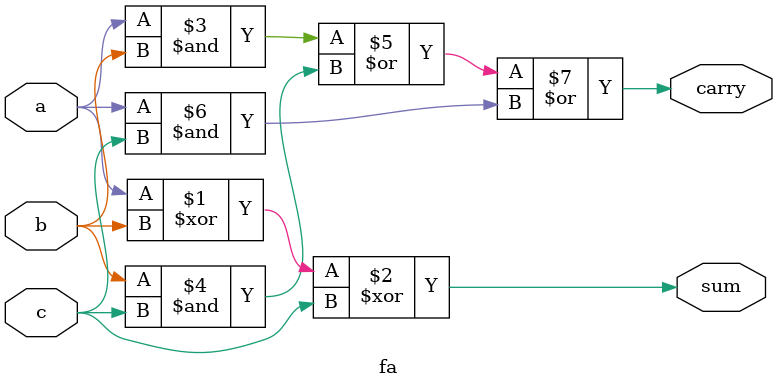
<source format=v>

`timescale 1ns / 1ps
module twos_complememt_adder(a,b,m,sum,cout);
    input [3:0] a,b;
    input m;
    output [3:0] sum;
    output cout;

	wire w1,w2,w3,w4,c1,c2,c3;
	
	xor x0(w1,b[0],m);
	xor x1(w2,b[1],m);
	xor x2(w3,b[2],m);
	xor x3(w4,b[3],m);
	
	fa f1(a[0],w1,m,sum[0],c1);
	fa f2(a[1],w2,c1,sum[1],c2);
	fa f3(a[2],w3,c2,sum[2],c3);
	fa f4(a[3],w4,c3,sum[3],cout);

endmodule


module fa(a,b,c,sum,carry);
	input a,b,c;
	output sum,carry;
	
	assign sum = a^b^c;
	assign carry = (a&b) | (b&c) | (a&c);
	
endmodule

</source>
